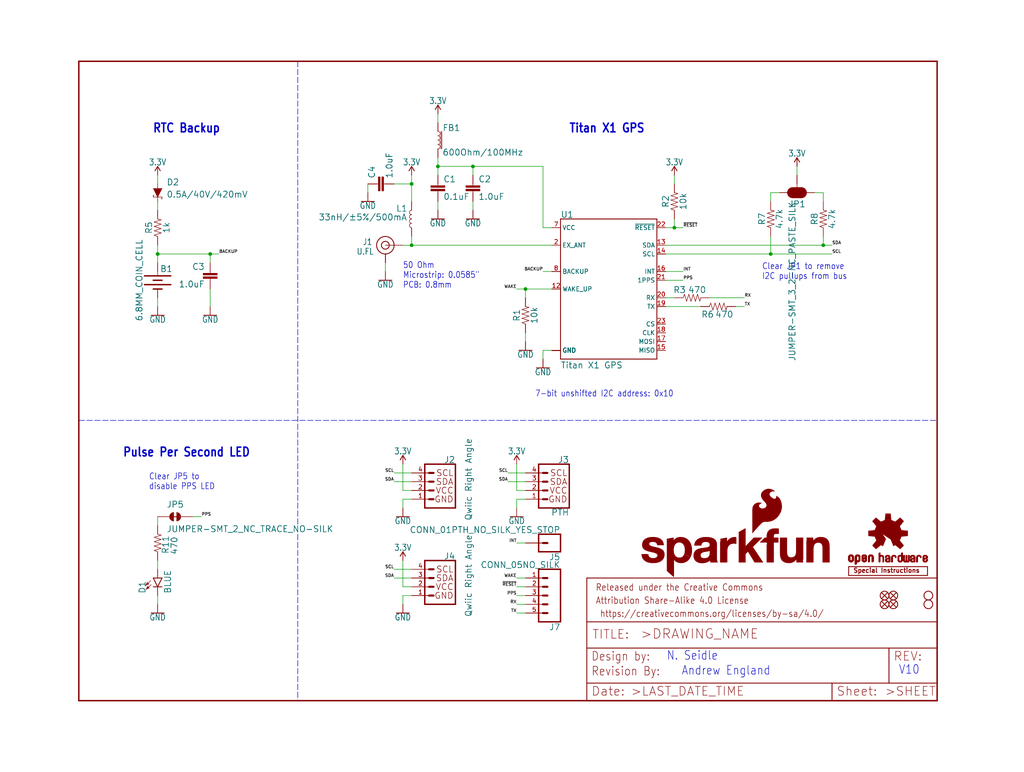
<source format=kicad_sch>
(kicad_sch (version 20211123) (generator eeschema)
  (paper "User" 297.002 223.926)
  (lib_symbols
    (symbol "schematicEagle-eagle-import:0.1UF-0603-25V-(+80{slash}-20%)"
      (property "Reference" "C" (at 1.524 2.921 0))
      (property "Value" "0.1UF-0603-25V-(+80{slash}-20%)" (at 1.524 -2.159 0))
      (symbol "0.1UF-0603-25V-(+80{slash}-20%)_1_0"
        (pin passive line (at 0 5.08 270) (length 2.54) (name "1") (number "1"))
        (pin passive line (at 0 -2.54 90) (length 2.54) (name "2") (number "2"))
      )
    )
    (symbol "schematicEagle-eagle-import:1.0UF-0603-16V-10%"
      (property "Reference" "C" (at 1.524 2.921 0))
      (property "Value" "1.0UF-0603-16V-10%" (at 1.524 -2.159 0))
      (symbol "1.0UF-0603-16V-10%_1_0"
        (pin passive line (at 0 5.08 270) (length 2.54) (name "1") (number "1"))
        (pin passive line (at 0 -2.54 90) (length 2.54) (name "2") (number "2"))
      )
    )
    (symbol "schematicEagle-eagle-import:10KOHM-0603-1{slash}10W-1%"
      (property "Reference" "R" (at 0 1.524 0))
      (property "Value" "10KOHM-0603-1{slash}10W-1%" (at 0 -1.524 0))
      (symbol "10KOHM-0603-1{slash}10W-1%_1_0"
        (pin passive line (at -5.08 0 0) (length 2.54) (name "1") (number "1"))
        (pin passive line (at 5.08 0 180) (length 2.54) (name "2") (number "2"))
      )
    )
    (symbol "schematicEagle-eagle-import:1KOHM-0603-1{slash}10W-1%"
      (property "Reference" "R" (at 0 1.524 0))
      (property "Value" "1KOHM-0603-1{slash}10W-1%" (at 0 -1.524 0))
      (symbol "1KOHM-0603-1{slash}10W-1%_1_0"
        (pin passive line (at -5.08 0 0) (length 2.54) (name "1") (number "1"))
        (pin passive line (at 5.08 0 180) (length 2.54) (name "2") (number "2"))
      )
    )
    (symbol "schematicEagle-eagle-import:3.3V" (power)
      (property "Value" "3.3V" (at 0 2.794 0))
      (symbol "3.3V_1_0"
        (pin power_in line (at 0 0 90) (length 2.54) (name "3.3V") (number "1"))
      )
    )
    (symbol "schematicEagle-eagle-import:4.7KOHM-0603-1{slash}10W-1%"
      (property "Reference" "R" (at 0 1.524 0))
      (property "Value" "4.7KOHM-0603-1{slash}10W-1%" (at 0 -1.524 0))
      (symbol "4.7KOHM-0603-1{slash}10W-1%_1_0"
        (pin passive line (at -5.08 0 0) (length 2.54) (name "1") (number "1"))
        (pin passive line (at 5.08 0 180) (length 2.54) (name "2") (number "2"))
      )
    )
    (symbol "schematicEagle-eagle-import:470OHM-0603-1{slash}10W-1%"
      (property "Reference" "R" (at 0 1.524 0))
      (property "Value" "470OHM-0603-1{slash}10W-1%" (at 0 -1.524 0))
      (symbol "470OHM-0603-1{slash}10W-1%_1_0"
        (pin passive line (at -5.08 0 0) (length 2.54) (name "1") (number "1"))
        (pin passive line (at 5.08 0 180) (length 2.54) (name "2") (number "2"))
      )
    )
    (symbol "schematicEagle-eagle-import:BATTERY-6.8MM_SMD"
      (property "Reference" "BT" (at 0 4.318 0))
      (property "Value" "BATTERY-6.8MM_SMD" (at 0 -4.318 0))
      (symbol "BATTERY-6.8MM_SMD_1_0"
        (pin power_in line (at -5.08 0 0) (length 2.54) (name "+") (number "+"))
        (pin power_in line (at 5.08 0 180) (length 2.54) (name "-") (number "-"))
      )
    )
    (symbol "schematicEagle-eagle-import:CONN_01PTH_NO_SILK_YES_STOP"
      (property "Reference" "J" (at -2.54 3.048 0))
      (property "Value" "CONN_01PTH_NO_SILK_YES_STOP" (at -2.54 -4.826 0))
      (symbol "CONN_01PTH_NO_SILK_YES_STOP_1_0"
        (pin passive line (at 7.62 0 180) (length 5.08) (name "1") (number "1"))
      )
    )
    (symbol "schematicEagle-eagle-import:CONN_05NO_SILK"
      (property "Reference" "J" (at -2.54 8.128 0))
      (property "Value" "CONN_05NO_SILK" (at -2.54 -9.906 0))
      (symbol "CONN_05NO_SILK_1_0"
        (pin passive line (at 7.62 -5.08 180) (length 5.08) (name "1") (number "1"))
        (pin passive line (at 7.62 -2.54 180) (length 5.08) (name "2") (number "2"))
        (pin passive line (at 7.62 0 180) (length 5.08) (name "3") (number "3"))
        (pin passive line (at 7.62 2.54 180) (length 5.08) (name "4") (number "4"))
        (pin passive line (at 7.62 5.08 180) (length 5.08) (name "5") (number "5"))
      )
    )
    (symbol "schematicEagle-eagle-import:DIODE-SCHOTTKY-PMEG4005EJ"
      (property "Reference" "D" (at -2.54 2.032 0))
      (property "Value" "DIODE-SCHOTTKY-PMEG4005EJ" (at -2.54 -2.032 0))
      (symbol "DIODE-SCHOTTKY-PMEG4005EJ_1_0"
        (pin passive line (at -2.54 0 0) (length 0) (name "A") (number "A"))
        (pin passive line (at 2.54 0 180) (length 0) (name "C") (number "C"))
      )
    )
    (symbol "schematicEagle-eagle-import:FERRITE_BEAD-0603"
      (property "Reference" "FB" (at 1.27 2.54 0))
      (property "Value" "FERRITE_BEAD-0603" (at 1.27 -2.54 0))
      (symbol "FERRITE_BEAD-0603_1_0"
        (pin passive line (at 0 5.08 270) (length 2.54) (name "1") (number "1"))
        (pin passive line (at 0 -5.08 90) (length 2.54) (name "2") (number "2"))
      )
    )
    (symbol "schematicEagle-eagle-import:FIDUCIALUFIDUCIAL")
    (symbol "schematicEagle-eagle-import:FRAME-LETTER"
      (symbol "FRAME-LETTER_2_0"
        (text " https://creativecommons.org/licenses/by-sa/4.0/" (at 2.54 24.13 0) (effects (font (size 1.9304 1.6408)) (justify left bottom)))
        (text ">DRAWING_NAME" (at 15.494 17.78 0) (effects (font (size 2.7432 2.7432)) (justify left bottom)))
        (text ">LAST_DATE_TIME" (at 12.7 1.27 0) (effects (font (size 2.54 2.54)) (justify left bottom)))
        (text ">SHEET" (at 86.36 1.27 0) (effects (font (size 2.54 2.54)) (justify left bottom)))
        (text "Attribution Share-Alike 4.0 License" (at 2.54 27.94 0) (effects (font (size 1.9304 1.6408)) (justify left bottom)))
        (text "Date:" (at 1.27 1.27 0) (effects (font (size 2.54 2.54)) (justify left bottom)))
        (text "Design by:" (at 1.27 11.43 0) (effects (font (size 2.54 2.159)) (justify left bottom)))
        (text "Released under the Creative Commons" (at 2.54 31.75 0) (effects (font (size 1.9304 1.6408)) (justify left bottom)))
        (text "REV:" (at 88.9 11.43 0) (effects (font (size 2.54 2.54)) (justify left bottom)))
        (text "Sheet:" (at 72.39 1.27 0) (effects (font (size 2.54 2.54)) (justify left bottom)))
        (text "TITLE:" (at 1.524 17.78 0) (effects (font (size 2.54 2.54)) (justify left bottom)))
      )
    )
    (symbol "schematicEagle-eagle-import:GND" (power)
      (property "Value" "GND" (at 0 -0.254 0))
      (symbol "GND_1_0"
        (pin power_in line (at 0 2.54 270) (length 2.54) (name "GND") (number "1"))
      )
    )
    (symbol "schematicEagle-eagle-import:I2C_STANDARDQWIIC"
      (property "Reference" "J" (at -5.08 7.874 0))
      (property "Value" "I2C_STANDARDQWIIC" (at -5.08 -5.334 0))
      (symbol "I2C_STANDARDQWIIC_1_0"
        (text "GND" (at -4.572 -2.54 0) (effects (font (size 1.778 1.778)) (justify left)))
        (text "SCL" (at -4.572 5.08 0) (effects (font (size 1.778 1.778)) (justify left)))
        (text "SDA" (at -4.572 2.54 0) (effects (font (size 1.778 1.778)) (justify left)))
        (text "VCC" (at -4.572 0 0) (effects (font (size 1.778 1.778)) (justify left)))
        (pin power_in line (at 7.62 -2.54 180) (length 5.08) (name "1") (number "1"))
        (pin power_in line (at 7.62 0 180) (length 5.08) (name "2") (number "2"))
        (pin passive line (at 7.62 2.54 180) (length 5.08) (name "3") (number "3"))
        (pin passive line (at 7.62 5.08 180) (length 5.08) (name "4") (number "4"))
      )
    )
    (symbol "schematicEagle-eagle-import:I2C_STANDARD_NO_SILK"
      (property "Reference" "J" (at -5.08 7.874 0))
      (property "Value" "I2C_STANDARD_NO_SILK" (at -5.08 -5.334 0))
      (symbol "I2C_STANDARD_NO_SILK_1_0"
        (text "GND" (at -4.572 -2.54 0) (effects (font (size 1.778 1.778)) (justify left)))
        (text "SCL" (at -4.572 5.08 0) (effects (font (size 1.778 1.778)) (justify left)))
        (text "SDA" (at -4.572 2.54 0) (effects (font (size 1.778 1.778)) (justify left)))
        (text "VCC" (at -4.572 0 0) (effects (font (size 1.778 1.778)) (justify left)))
        (pin power_in line (at 7.62 -2.54 180) (length 5.08) (name "1") (number "1"))
        (pin power_in line (at 7.62 0 180) (length 5.08) (name "2") (number "2"))
        (pin passive line (at 7.62 2.54 180) (length 5.08) (name "3") (number "3"))
        (pin passive line (at 7.62 5.08 180) (length 5.08) (name "4") (number "4"))
      )
    )
    (symbol "schematicEagle-eagle-import:INDUCTOR-0603-33NH"
      (property "Reference" "L" (at 1.27 2.54 0))
      (property "Value" "INDUCTOR-0603-33NH" (at 1.27 -2.54 0))
      (symbol "INDUCTOR-0603-33NH_1_0"
        (pin passive line (at 0 5.08 270) (length 2.54) (name "1") (number "1"))
        (pin passive line (at 0 -5.08 90) (length 2.54) (name "2") (number "2"))
      )
    )
    (symbol "schematicEagle-eagle-import:JUMPER-SMT_2_NC_TRACE_NO-SILK"
      (property "Reference" "JP" (at -2.54 2.54 0))
      (property "Value" "JUMPER-SMT_2_NC_TRACE_NO-SILK" (at -2.54 -2.54 0))
      (symbol "JUMPER-SMT_2_NC_TRACE_NO-SILK_1_0"
        (pin passive line (at -5.08 0 0) (length 2.54) (name "1") (number "1"))
        (pin passive line (at 5.08 0 180) (length 2.54) (name "2") (number "2"))
      )
    )
    (symbol "schematicEagle-eagle-import:JUMPER-SMT_3_2-NC_PASTE_SILK"
      (property "Reference" "JP" (at 2.54 0.381 0))
      (property "Value" "JUMPER-SMT_3_2-NC_PASTE_SILK" (at 2.54 -0.381 0))
      (symbol "JUMPER-SMT_3_2-NC_PASTE_SILK_1_0"
        (pin passive line (at 0 5.08 270) (length 2.54) (name "1") (number "1"))
        (pin passive line (at -5.08 0 0) (length 2.54) (name "2") (number "2"))
        (pin passive line (at 0 -5.08 90) (length 2.54) (name "3") (number "3"))
      )
    )
    (symbol "schematicEagle-eagle-import:LED-BLUE0603"
      (property "Reference" "D" (at -3.429 -4.572 90))
      (property "Value" "LED-BLUE0603" (at 1.905 -4.572 90))
      (symbol "LED-BLUE0603_1_0"
        (pin passive line (at 0 2.54 270) (length 2.54) (name "A") (number "A"))
        (pin passive line (at 0 -5.08 90) (length 2.54) (name "C") (number "C"))
      )
    )
    (symbol "schematicEagle-eagle-import:OSHW-LOGOMINI")
    (symbol "schematicEagle-eagle-import:REVISION"
      (symbol "REVISION_1_0"
        (text "Revision By: " (at 0 0 0) (effects (font (size 2.54 2.159)) (justify left bottom)))
      )
    )
    (symbol "schematicEagle-eagle-import:SFE_LOGO_NAME_FLAME.1_INCH")
    (symbol "schematicEagle-eagle-import:SPECIAL_INSTRUCTIONS-PRODUCTION"
      (symbol "SPECIAL_INSTRUCTIONS-PRODUCTION_1_0"
        (text "Special Instructions" (at 1.27 0.6985 0) (effects (font (size 1.27 1.27) (thickness 0.254) bold) (justify left bottom)))
      )
    )
    (symbol "schematicEagle-eagle-import:STAND-OFF")
    (symbol "schematicEagle-eagle-import:TITAN_X1_GPS"
      (property "Reference" "U" (at -15.24 20.574 0))
      (property "Value" "TITAN_X1_GPS" (at -15.24 -23.114 0))
      (symbol "TITAN_X1_GPS_1_0"
        (pin bidirectional line (at -17.78 -17.78 0) (length 2.54) (name "GND") (number "1"))
        (pin bidirectional line (at -17.78 -17.78 0) (length 2.54) (name "GND") (number "10"))
        (pin bidirectional line (at -17.78 -17.78 0) (length 2.54) (name "GND") (number "11"))
        (pin bidirectional line (at -17.78 0 0) (length 2.54) (name "WAKE_UP") (number "12"))
        (pin bidirectional line (at 15.24 12.7 180) (length 2.54) (name "SDA") (number "13"))
        (pin bidirectional line (at 15.24 10.16 180) (length 2.54) (name "SCL") (number "14"))
        (pin bidirectional line (at 15.24 -17.78 180) (length 2.54) (name "MISO") (number "15"))
        (pin bidirectional line (at 15.24 5.08 180) (length 2.54) (name "INT") (number "16"))
        (pin bidirectional line (at 15.24 -15.24 180) (length 2.54) (name "MOSI") (number "17"))
        (pin bidirectional line (at 15.24 -12.7 180) (length 2.54) (name "CLK") (number "18"))
        (pin bidirectional line (at 15.24 -5.08 180) (length 2.54) (name "TX") (number "19"))
        (pin bidirectional line (at -17.78 12.7 0) (length 2.54) (name "EX_ANT") (number "2"))
        (pin bidirectional line (at 15.24 -2.54 180) (length 2.54) (name "RX") (number "20"))
        (pin bidirectional line (at 15.24 2.54 180) (length 2.54) (name "1PPS") (number "21"))
        (pin bidirectional line (at 15.24 17.78 180) (length 2.54) (name "~{RESET}") (number "22"))
        (pin bidirectional line (at 15.24 -10.16 180) (length 2.54) (name "CS") (number "23"))
        (pin bidirectional line (at -17.78 -17.78 0) (length 2.54) (name "GND") (number "24"))
        (pin bidirectional line (at -17.78 -17.78 0) (length 2.54) (name "GND") (number "3"))
        (pin bidirectional line (at -17.78 -17.78 0) (length 2.54) (name "GND") (number "4"))
        (pin bidirectional line (at -17.78 -17.78 0) (length 2.54) (name "GND") (number "5"))
        (pin bidirectional line (at -17.78 -17.78 0) (length 2.54) (name "GND") (number "6"))
        (pin bidirectional line (at -17.78 17.78 0) (length 2.54) (name "VCC") (number "7"))
        (pin bidirectional line (at -17.78 5.08 0) (length 2.54) (name "BACKUP") (number "8"))
        (pin bidirectional line (at -17.78 -17.78 0) (length 2.54) (name "GND") (number "9"))
      )
    )
    (symbol "schematicEagle-eagle-import:U.FL2PIN"
      (property "Reference" "J" (at 2.54 -5.08 0))
      (property "Value" "U.FL2PIN" (at 2.54 -7.62 0))
      (symbol "U.FL2PIN_1_0"
        (pin bidirectional line (at 0 -5.08 90) (length 2.54) (name "GND") (number "1"))
        (pin bidirectional line (at 0 -5.08 90) (length 2.54) (name "GND") (number "2"))
        (pin bidirectional line (at 5.08 0 180) (length 5.08) (name "SIGNAL") (number "FEED"))
      )
    )
  )
  (junction (at 152.4 83.82))
  (junction (at 137.16 48.26))
  (junction (at 60.96 73.66))
  (junction (at 223.52 73.66))
  (junction (at 238.76 71.12))
  (junction (at 195.58 66.04))
  (junction (at 127 48.26))
  (junction (at 119.38 53.34))
  (junction (at 45.72 73.66))
  (junction (at 119.38 71.12))
  (wire (pts (xy 152.4 157.48) (xy 149.86 157.48)))
  (wire (pts (xy 193.04 71.12) (xy 238.76 71.12)))
  (wire (pts (xy 119.38 68.58) (xy 119.38 71.12)))
  (wire (pts (xy 119.38 71.12) (xy 116.84 71.12)))
  (wire (pts (xy 160.02 71.12) (xy 119.38 71.12)))
  (wire (pts (xy 152.4 142.24) (xy 149.86 142.24)))
  (wire (pts (xy 116.84 144.78) (xy 116.84 147.32)))
  (wire (pts (xy 152.4 96.52) (xy 152.4 99.06)))
  (wire (pts (xy 127 33.02) (xy 127 35.56)))
  (wire (pts (xy 119.38 170.18) (xy 116.84 170.18)))
  (wire (pts (xy 127 58.42) (xy 127 60.96)))
  (wire (pts (xy 223.52 55.88) (xy 226.06 55.88)))
  (wire (pts (xy 152.4 139.7) (xy 147.32 139.7)))
  (wire (pts (xy 45.72 71.12) (xy 45.72 73.66)))
  (wire (pts (xy 193.04 73.66) (xy 223.52 73.66)))
  (polyline (pts (xy 86.36 17.78) (xy 86.36 203.2)))
  (wire (pts (xy 116.84 172.72) (xy 116.84 175.26)))
  (wire (pts (xy 149.86 142.24) (xy 149.86 134.62)))
  (wire (pts (xy 127 48.26) (xy 127 50.8)))
  (wire (pts (xy 152.4 177.8) (xy 149.86 177.8)))
  (wire (pts (xy 195.58 66.04) (xy 198.12 66.04)))
  (wire (pts (xy 160.02 101.6) (xy 157.48 101.6)))
  (wire (pts (xy 152.4 172.72) (xy 149.86 172.72)))
  (wire (pts (xy 193.04 66.04) (xy 195.58 66.04)))
  (wire (pts (xy 119.38 53.34) (xy 119.38 58.42)))
  (wire (pts (xy 55.88 149.86) (xy 58.42 149.86)))
  (wire (pts (xy 238.76 71.12) (xy 241.3 71.12)))
  (wire (pts (xy 60.96 83.82) (xy 60.96 88.9)))
  (wire (pts (xy 238.76 68.58) (xy 238.76 71.12)))
  (wire (pts (xy 193.04 78.74) (xy 198.12 78.74)))
  (wire (pts (xy 137.16 48.26) (xy 157.48 48.26)))
  (wire (pts (xy 193.04 86.36) (xy 195.58 86.36)))
  (wire (pts (xy 45.72 172.72) (xy 45.72 175.26)))
  (wire (pts (xy 152.4 83.82) (xy 149.86 83.82)))
  (wire (pts (xy 157.48 48.26) (xy 157.48 66.04)))
  (wire (pts (xy 116.84 170.18) (xy 116.84 162.56)))
  (wire (pts (xy 238.76 58.42) (xy 238.76 55.88)))
  (wire (pts (xy 119.38 50.8) (xy 119.38 53.34)))
  (wire (pts (xy 119.38 142.24) (xy 116.84 142.24)))
  (wire (pts (xy 119.38 165.1) (xy 114.3 165.1)))
  (wire (pts (xy 45.72 86.36) (xy 45.72 88.9)))
  (wire (pts (xy 195.58 66.04) (xy 195.58 63.5)))
  (wire (pts (xy 152.4 144.78) (xy 149.86 144.78)))
  (wire (pts (xy 193.04 81.28) (xy 198.12 81.28)))
  (wire (pts (xy 152.4 83.82) (xy 152.4 86.36)))
  (wire (pts (xy 152.4 167.64) (xy 149.86 167.64)))
  (wire (pts (xy 223.52 58.42) (xy 223.52 55.88)))
  (wire (pts (xy 45.72 149.86) (xy 45.72 152.4)))
  (wire (pts (xy 157.48 101.6) (xy 157.48 104.14)))
  (wire (pts (xy 106.68 53.34) (xy 106.68 55.88)))
  (wire (pts (xy 193.04 88.9) (xy 203.2 88.9)))
  (wire (pts (xy 205.74 86.36) (xy 215.9 86.36)))
  (wire (pts (xy 119.38 172.72) (xy 116.84 172.72)))
  (wire (pts (xy 119.38 144.78) (xy 116.84 144.78)))
  (wire (pts (xy 223.52 73.66) (xy 241.3 73.66)))
  (wire (pts (xy 157.48 66.04) (xy 160.02 66.04)))
  (wire (pts (xy 195.58 53.34) (xy 195.58 50.8)))
  (wire (pts (xy 119.38 167.64) (xy 114.3 167.64)))
  (wire (pts (xy 60.96 73.66) (xy 63.5 73.66)))
  (wire (pts (xy 160.02 83.82) (xy 152.4 83.82)))
  (wire (pts (xy 116.84 142.24) (xy 116.84 134.62)))
  (wire (pts (xy 137.16 48.26) (xy 137.16 50.8)))
  (wire (pts (xy 119.38 139.7) (xy 114.3 139.7)))
  (wire (pts (xy 45.72 162.56) (xy 45.72 165.1)))
  (wire (pts (xy 127 45.72) (xy 127 48.26)))
  (wire (pts (xy 213.36 88.9) (xy 215.9 88.9)))
  (wire (pts (xy 160.02 78.74) (xy 157.48 78.74)))
  (wire (pts (xy 152.4 170.18) (xy 149.86 170.18)))
  (wire (pts (xy 238.76 55.88) (xy 236.22 55.88)))
  (wire (pts (xy 114.3 53.34) (xy 119.38 53.34)))
  (wire (pts (xy 149.86 144.78) (xy 149.86 147.32)))
  (wire (pts (xy 45.72 73.66) (xy 45.72 76.2)))
  (wire (pts (xy 60.96 73.66) (xy 45.72 73.66)))
  (wire (pts (xy 127 48.26) (xy 137.16 48.26)))
  (wire (pts (xy 119.38 137.16) (xy 114.3 137.16)))
  (wire (pts (xy 223.52 68.58) (xy 223.52 73.66)))
  (wire (pts (xy 137.16 60.96) (xy 137.16 58.42)))
  (wire (pts (xy 231.14 48.26) (xy 231.14 50.8)))
  (wire (pts (xy 111.76 78.74) (xy 111.76 76.2)))
  (wire (pts (xy 60.96 73.66) (xy 60.96 76.2)))
  (wire (pts (xy 152.4 175.26) (xy 149.86 175.26)))
  (wire (pts (xy 45.72 50.8) (xy 45.72 53.34)))
  (polyline (pts (xy 22.86 121.92) (xy 271.78 121.92)))
  (wire (pts (xy 152.4 137.16) (xy 147.32 137.16)))
  (wire (pts (xy 45.72 58.42) (xy 45.72 60.96)))
  (text "Pulse Per Second LED" (at 54.102 131.318 180) (effects (font (size 2.54 2.159) (thickness 0.4318) bold)))
  (text "RTC Backup" (at 54.102 37.338 180) (effects (font (size 2.54 2.159) (thickness 0.4318) bold)))
  (text "Andrew England" (at 197.612 196.088 180) (effects (font (size 2.54 2.159)) (justify left bottom)))
  (text "V10" (at 260.604 195.834 180) (effects (font (size 2.54 2.159)) (justify left bottom)))
  (text "7-bit unshifted I2C address: 0x10" (at 175.26 114.3 180) (effects (font (size 1.778 1.5113))))
  (text "Titan X1 GPS" (at 176.022 37.338 180) (effects (font (size 2.54 2.159) (thickness 0.4318) bold)))
  (text "50 Ohm\nMicrostrip: 0.0585\"\nPCB: 0.8mm" (at 116.84 83.82 180) (effects (font (size 1.778 1.5113)) (justify left bottom)))
  (text "N. Seidle" (at 193.294 191.77 180) (effects (font (size 2.54 2.159)) (justify left bottom)))
  (text "Clear JP5 to\ndisable PPS LED" (at 43.18 142.24 180) (effects (font (size 1.778 1.5113)) (justify left bottom)))
  (text "Clear JP1 to remove\nI2C pullups from bus" (at 220.98 81.28 180) (effects (font (size 1.778 1.5113)) (justify left bottom)))
  (label "RX" (at 149.86 175.26 180) (effects (font (size 0.889 0.889))))
  (label "RX" (at 215.9 86.36 0) (effects (font (size 0.889 0.889))))
  (label "INT" (at 149.86 157.48 180) (effects (font (size 0.889 0.889))))
  (label "WAKE" (at 149.86 167.64 180) (effects (font (size 0.889 0.889))))
  (label "BACKUP" (at 63.5 73.66 0) (effects (font (size 0.889 0.889))))
  (label "PPS" (at 149.86 172.72 180) (effects (font (size 0.889 0.889))))
  (label "SCL" (at 114.3 165.1 180) (effects (font (size 0.889 0.889))))
  (label "TX" (at 149.86 177.8 180) (effects (font (size 0.889 0.889))))
  (label "SCL" (at 147.32 137.16 180) (effects (font (size 0.889 0.889))))
  (label "SDA" (at 114.3 167.64 180) (effects (font (size 0.889 0.889))))
  (label "TX" (at 215.9 88.9 0) (effects (font (size 0.889 0.889))))
  (label "INT" (at 198.12 78.74 0) (effects (font (size 0.889 0.889))))
  (label "PPS" (at 198.12 81.28 0) (effects (font (size 0.889 0.889))))
  (label "PPS" (at 58.42 149.86 0) (effects (font (size 0.889 0.889))))
  (label "BACKUP" (at 157.48 78.74 180) (effects (font (size 0.889 0.889))))
  (label "WAKE" (at 149.86 83.82 180) (effects (font (size 0.889 0.889))))
  (label "SCL" (at 114.3 137.16 180) (effects (font (size 0.889 0.889))))
  (label "~{RESET}" (at 198.12 66.04 0) (effects (font (size 0.889 0.889))))
  (label "SCL" (at 241.3 73.66 0) (effects (font (size 0.889 0.889))))
  (label "SDA" (at 114.3 139.7 180) (effects (font (size 0.889 0.889))))
  (label "SDA" (at 147.32 139.7 180) (effects (font (size 0.889 0.889))))
  (label "~{RESET}" (at 149.86 170.18 180) (effects (font (size 0.889 0.889))))
  (label "SDA" (at 241.3 71.12 0) (effects (font (size 0.889 0.889))))
  (symbol (lib_id "schematicEagle-eagle-import:GND") (at 116.84 177.8 0) (unit 1)
    (property "Reference" "#GND8" (effects hide))
    (property "Value" "GND" (at 116.84 178.054 0) (effects (font (size 1.778 1.5113)) (justify top)))
    (property "Footprint" "schematicEagle:" (effects hide))
  )
  (symbol (lib_id "schematicEagle-eagle-import:GND") (at 45.72 177.8 0) (unit 1)
    (property "Reference" "#GND4" (effects hide))
    (property "Value" "GND" (at 45.72 178.054 0) (effects (font (size 1.778 1.5113)) (justify top)))
    (property "Footprint" "schematicEagle:" (effects hide))
  )
  (symbol (lib_id "schematicEagle-eagle-import:3.3V") (at 116.84 162.56 0) (unit 1)
    (property "Reference" "#SUPPLY8" (effects hide))
    (property "Value" "3.3V" (at 116.84 159.766 0) (effects (font (size 1.778 1.5113)) (justify bottom)))
    (property "Footprint" "schematicEagle:" (effects hide))
  )
  (symbol (lib_id "schematicEagle-eagle-import:CONN_05NO_SILK") (at 160.02 172.72 180) (unit 1)
    (property "Reference" "J7" (at 162.56 180.848 0) (effects (font (size 1.778 1.778)) (justify left bottom)))
    (property "Value" "CONN_05NO_SILK" (at 162.56 162.814 0) (effects (font (size 1.778 1.778)) (justify left bottom)))
    (property "Footprint" "schematicEagle:1X05_NO_SILK" (effects hide))
  )
  (symbol (lib_id "schematicEagle-eagle-import:FRAME-LETTER") (at 22.86 203.2 0) (unit 1)
    (property "Reference" "FRAME1" (effects hide))
    (property "Value" "FRAME-LETTER" (effects hide))
    (property "Footprint" "schematicEagle:CREATIVE_COMMONS" (effects hide))
  )
  (symbol (lib_id "schematicEagle-eagle-import:FERRITE_BEAD-0603") (at 127 40.64 0) (unit 1)
    (property "Reference" "FB1" (at 128.27 38.1 0) (effects (font (size 1.778 1.778)) (justify left bottom)))
    (property "Value" "600Ohm/100MHz" (at 128.27 43.18 0) (effects (font (size 1.778 1.778)) (justify left top)))
    (property "Footprint" "schematicEagle:0603" (effects hide))
  )
  (symbol (lib_id "schematicEagle-eagle-import:1.0UF-0603-16V-10%") (at 111.76 53.34 90) (unit 1)
    (property "Reference" "C4" (at 108.839 51.816 0) (effects (font (size 1.778 1.778)) (justify left bottom)))
    (property "Value" "1.0uF" (at 113.919 51.816 0) (effects (font (size 1.778 1.778)) (justify left bottom)))
    (property "Footprint" "schematicEagle:0603" (effects hide))
  )
  (symbol (lib_id "schematicEagle-eagle-import:CONN_01PTH_NO_SILK_YES_STOP") (at 160.02 157.48 180) (unit 1)
    (property "Reference" "J5" (at 162.56 160.528 0) (effects (font (size 1.778 1.778)) (justify left bottom)))
    (property "Value" "CONN_01PTH_NO_SILK_YES_STOP" (at 162.56 152.654 0) (effects (font (size 1.778 1.778)) (justify left bottom)))
    (property "Footprint" "schematicEagle:1X01_NO_SILK" (effects hide))
  )
  (symbol (lib_id "schematicEagle-eagle-import:FIDUCIALUFIDUCIAL") (at 256.54 175.26 270) (unit 1)
    (property "Reference" "JP7" (effects hide))
    (property "Value" "FIDUCIALUFIDUCIAL" (effects hide))
    (property "Footprint" "schematicEagle:MICRO-FIDUCIAL" (effects hide))
  )
  (symbol (lib_id "schematicEagle-eagle-import:470OHM-0603-1{slash}10W-1%") (at 200.66 86.36 0) (unit 1)
    (property "Reference" "R3" (at 197.104 85.09 0) (effects (font (size 1.778 1.778)) (justify bottom)))
    (property "Value" "470" (at 202.184 85.09 0) (effects (font (size 1.778 1.778)) (justify bottom)))
    (property "Footprint" "schematicEagle:0603" (effects hide))
  )
  (symbol (lib_id "schematicEagle-eagle-import:GND") (at 127 63.5 0) (mirror y) (unit 1)
    (property "Reference" "#GND11" (effects hide))
    (property "Value" "GND" (at 127 63.754 0) (effects (font (size 1.778 1.5113)) (justify top)))
    (property "Footprint" "schematicEagle:" (effects hide))
  )
  (symbol (lib_id "schematicEagle-eagle-import:470OHM-0603-1{slash}10W-1%") (at 208.28 88.9 0) (unit 1)
    (property "Reference" "R6" (at 205.232 92.202 0) (effects (font (size 1.778 1.778)) (justify bottom)))
    (property "Value" "470" (at 210.058 92.202 0) (effects (font (size 1.778 1.778)) (justify bottom)))
    (property "Footprint" "schematicEagle:0603" (effects hide))
  )
  (symbol (lib_id "schematicEagle-eagle-import:10KOHM-0603-1{slash}10W-1%") (at 195.58 58.42 90) (unit 1)
    (property "Reference" "R2" (at 194.056 58.42 0) (effects (font (size 1.778 1.778)) (justify bottom)))
    (property "Value" "10k" (at 197.104 58.42 0) (effects (font (size 1.778 1.778)) (justify top)))
    (property "Footprint" "schematicEagle:0603" (effects hide))
  )
  (symbol (lib_id "schematicEagle-eagle-import:STAND-OFF") (at 269.24 172.72 0) (unit 1)
    (property "Reference" "JP3" (effects hide))
    (property "Value" "STAND-OFF" (effects hide))
    (property "Footprint" "schematicEagle:STAND-OFF" (effects hide))
  )
  (symbol (lib_id "schematicEagle-eagle-import:10KOHM-0603-1{slash}10W-1%") (at 152.4 91.44 90) (unit 1)
    (property "Reference" "R1" (at 150.876 91.44 0) (effects (font (size 1.778 1.778)) (justify bottom)))
    (property "Value" "10k" (at 153.924 91.44 0) (effects (font (size 1.778 1.778)) (justify top)))
    (property "Footprint" "schematicEagle:0603" (effects hide))
  )
  (symbol (lib_id "schematicEagle-eagle-import:STAND-OFF") (at 269.24 175.26 0) (unit 1)
    (property "Reference" "JP4" (effects hide))
    (property "Value" "STAND-OFF" (effects hide))
    (property "Footprint" "schematicEagle:STAND-OFF" (effects hide))
  )
  (symbol (lib_id "schematicEagle-eagle-import:FIDUCIALUFIDUCIAL") (at 259.08 175.26 270) (unit 1)
    (property "Reference" "JP8" (effects hide))
    (property "Value" "FIDUCIALUFIDUCIAL" (effects hide))
    (property "Footprint" "schematicEagle:MICRO-FIDUCIAL" (effects hide))
  )
  (symbol (lib_id "schematicEagle-eagle-import:3.3V") (at 45.72 50.8 0) (unit 1)
    (property "Reference" "#SUPPLY5" (effects hide))
    (property "Value" "3.3V" (at 45.72 48.006 0) (effects (font (size 1.778 1.5113)) (justify bottom)))
    (property "Footprint" "schematicEagle:" (effects hide))
  )
  (symbol (lib_id "schematicEagle-eagle-import:SFE_LOGO_NAME_FLAME.1_INCH") (at 185.42 167.64 0) (unit 1)
    (property "Reference" "LOGO2" (effects hide))
    (property "Value" "SFE_LOGO_NAME_FLAME.1_INCH" (effects hide))
    (property "Footprint" "schematicEagle:SFE_LOGO_NAME_FLAME_.1" (effects hide))
  )
  (symbol (lib_id "schematicEagle-eagle-import:3.3V") (at 149.86 134.62 0) (unit 1)
    (property "Reference" "#SUPPLY7" (effects hide))
    (property "Value" "3.3V" (at 149.86 131.826 0) (effects (font (size 1.778 1.5113)) (justify bottom)))
    (property "Footprint" "schematicEagle:" (effects hide))
  )
  (symbol (lib_id "schematicEagle-eagle-import:FIDUCIALUFIDUCIAL") (at 256.54 172.72 270) (unit 1)
    (property "Reference" "JP2" (effects hide))
    (property "Value" "FIDUCIALUFIDUCIAL" (effects hide))
    (property "Footprint" "schematicEagle:MICRO-FIDUCIAL" (effects hide))
  )
  (symbol (lib_id "schematicEagle-eagle-import:LED-BLUE0603") (at 45.72 167.64 0) (unit 1)
    (property "Reference" "D1" (at 42.291 172.212 90) (effects (font (size 1.778 1.778)) (justify left bottom)))
    (property "Value" "BLUE" (at 47.625 172.212 90) (effects (font (size 1.778 1.778)) (justify left top)))
    (property "Footprint" "schematicEagle:LED-0603" (effects hide))
  )
  (symbol (lib_id "schematicEagle-eagle-import:U.FL2PIN") (at 111.76 71.12 0) (unit 1)
    (property "Reference" "J1" (at 105.156 71.12 0) (effects (font (size 1.778 1.5113)) (justify left bottom)))
    (property "Value" "U.FL" (at 103.378 73.914 0) (effects (font (size 1.778 1.5113)) (justify left bottom)))
    (property "Footprint" "schematicEagle:U.FL" (effects hide))
  )
  (symbol (lib_id "schematicEagle-eagle-import:I2C_STANDARDQWIIC") (at 127 170.18 0) (mirror y) (unit 1)
    (property "Reference" "J4" (at 132.08 162.306 0) (effects (font (size 1.778 1.778)) (justify left bottom)))
    (property "Value" "Qwiic Right Angle" (at 134.874 154.94 90) (effects (font (size 1.778 1.778)) (justify right bottom)))
    (property "Footprint" "schematicEagle:1X04_1MM_RA" (effects hide))
  )
  (symbol (lib_id "schematicEagle-eagle-import:BATTERY-6.8MM_SMD") (at 45.72 81.28 270) (unit 1)
    (property "Reference" "B1" (at 48.26 78.994 90) (effects (font (size 1.778 1.778)) (justify bottom)))
    (property "Value" "6.8MM_COIN_CELL" (at 41.402 81.28 0) (effects (font (size 1.778 1.778)) (justify top)))
    (property "Footprint" "schematicEagle:BATTCON-6.8MM" (effects hide))
  )
  (symbol (lib_id "schematicEagle-eagle-import:3.3V") (at 116.84 134.62 0) (unit 1)
    (property "Reference" "#SUPPLY4" (effects hide))
    (property "Value" "3.3V" (at 116.84 131.826 0) (effects (font (size 1.778 1.5113)) (justify bottom)))
    (property "Footprint" "schematicEagle:" (effects hide))
  )
  (symbol (lib_id "schematicEagle-eagle-import:GND") (at 60.96 91.44 0) (unit 1)
    (property "Reference" "#GND10" (effects hide))
    (property "Value" "GND" (at 60.96 91.694 0) (effects (font (size 1.778 1.5113)) (justify top)))
    (property "Footprint" "schematicEagle:" (effects hide))
  )
  (symbol (lib_id "schematicEagle-eagle-import:DIODE-SCHOTTKY-PMEG4005EJ") (at 45.72 55.88 270) (unit 1)
    (property "Reference" "D2" (at 48.26 53.848 90) (effects (font (size 1.778 1.778)) (justify left bottom)))
    (property "Value" "0.5A/40V/420mV" (at 48.26 55.372 90) (effects (font (size 1.778 1.778)) (justify left top)))
    (property "Footprint" "schematicEagle:SOD-323" (effects hide))
  )
  (symbol (lib_id "schematicEagle-eagle-import:OSHW-LOGOMINI") (at 257.556 154.686 0) (unit 1)
    (property "Reference" "LOGO1" (effects hide))
    (property "Value" "OSHW-LOGOMINI" (effects hide))
    (property "Footprint" "schematicEagle:OSHW-LOGO-MINI" (effects hide))
  )
  (symbol (lib_id "schematicEagle-eagle-import:4.7KOHM-0603-1{slash}10W-1%") (at 223.52 63.5 90) (unit 1)
    (property "Reference" "R7" (at 221.996 63.5 0) (effects (font (size 1.778 1.778)) (justify bottom)))
    (property "Value" "4.7k" (at 225.044 63.5 0) (effects (font (size 1.778 1.778)) (justify top)))
    (property "Footprint" "schematicEagle:0603" (effects hide))
  )
  (symbol (lib_id "schematicEagle-eagle-import:SPECIAL_INSTRUCTIONS-PRODUCTION") (at 246.126 166.878 0) (unit 1)
    (property "Reference" "U$3" (effects hide))
    (property "Value" "SPECIAL_INSTRUCTIONS-PRODUCTION" (effects hide))
    (property "Footprint" "schematicEagle:PRODUCTION_INSTRUCTIONS" (effects hide))
  )
  (symbol (lib_id "schematicEagle-eagle-import:4.7KOHM-0603-1{slash}10W-1%") (at 238.76 63.5 90) (unit 1)
    (property "Reference" "R8" (at 237.236 63.5 0) (effects (font (size 1.778 1.778)) (justify bottom)))
    (property "Value" "4.7k" (at 240.284 63.5 0) (effects (font (size 1.778 1.778)) (justify top)))
    (property "Footprint" "schematicEagle:0603" (effects hide))
  )
  (symbol (lib_id "schematicEagle-eagle-import:JUMPER-SMT_2_NC_TRACE_NO-SILK") (at 50.8 149.86 0) (unit 1)
    (property "Reference" "JP5" (at 48.26 147.32 0) (effects (font (size 1.778 1.778)) (justify left bottom)))
    (property "Value" "JUMPER-SMT_2_NC_TRACE_NO-SILK" (at 48.26 152.4 0) (effects (font (size 1.778 1.778)) (justify left top)))
    (property "Footprint" "schematicEagle:SMT-JUMPER_2_NC_TRACE_NO-SILK" (effects hide))
  )
  (symbol (lib_id "schematicEagle-eagle-import:0.1UF-0603-25V-(+80{slash}-20%)") (at 127 55.88 0) (unit 1)
    (property "Reference" "C1" (at 128.524 52.959 0) (effects (font (size 1.778 1.778)) (justify left bottom)))
    (property "Value" "0.1uF" (at 128.524 58.039 0) (effects (font (size 1.778 1.778)) (justify left bottom)))
    (property "Footprint" "schematicEagle:0603" (effects hide))
  )
  (symbol (lib_id "schematicEagle-eagle-import:GND") (at 116.84 149.86 0) (unit 1)
    (property "Reference" "#GND6" (effects hide))
    (property "Value" "GND" (at 116.84 150.114 0) (effects (font (size 1.778 1.5113)) (justify top)))
    (property "Footprint" "schematicEagle:" (effects hide))
  )
  (symbol (lib_id "schematicEagle-eagle-import:INDUCTOR-0603-33NH") (at 119.38 63.5 180) (unit 1)
    (property "Reference" "L1" (at 114.808 61.468 0) (effects (font (size 1.778 1.778)) (justify right top)))
    (property "Value" "33nH/±5%/500mA" (at 118.11 64.008 0) (effects (font (size 1.778 1.778)) (justify left top)))
    (property "Footprint" "schematicEagle:0603" (effects hide))
  )
  (symbol (lib_id "schematicEagle-eagle-import:470OHM-0603-1{slash}10W-1%") (at 45.72 157.48 90) (unit 1)
    (property "Reference" "R11" (at 49.022 157.988 0) (effects (font (size 1.778 1.778)) (justify bottom)))
    (property "Value" "470" (at 51.562 158.242 0) (effects (font (size 1.778 1.778)) (justify bottom)))
    (property "Footprint" "schematicEagle:0603" (effects hide))
  )
  (symbol (lib_id "schematicEagle-eagle-import:3.3V") (at 127 33.02 0) (mirror y) (unit 1)
    (property "Reference" "#SUPPLY6" (effects hide))
    (property "Value" "3.3V" (at 127 30.226 0) (effects (font (size 1.778 1.5113)) (justify bottom)))
    (property "Footprint" "schematicEagle:" (effects hide))
  )
  (symbol (lib_id "schematicEagle-eagle-import:3.3V") (at 231.14 48.26 0) (unit 1)
    (property "Reference" "#SUPPLY9" (effects hide))
    (property "Value" "3.3V" (at 231.14 45.466 0) (effects (font (size 1.778 1.5113)) (justify bottom)))
    (property "Footprint" "schematicEagle:" (effects hide))
  )
  (symbol (lib_id "schematicEagle-eagle-import:GND") (at 152.4 101.6 0) (unit 1)
    (property "Reference" "#GND9" (effects hide))
    (property "Value" "GND" (at 152.4 101.854 0) (effects (font (size 1.778 1.5113)) (justify top)))
    (property "Footprint" "schematicEagle:" (effects hide))
  )
  (symbol (lib_id "schematicEagle-eagle-import:FRAME-LETTER") (at 170.18 203.2 0) (unit 2)
    (property "Reference" "FRAME1" (effects hide))
    (property "Value" "FRAME-LETTER" (effects hide))
    (property "Footprint" "schematicEagle:CREATIVE_COMMONS" (effects hide))
  )
  (symbol (lib_id "schematicEagle-eagle-import:1.0UF-0603-16V-10%") (at 137.16 55.88 0) (unit 1)
    (property "Reference" "C2" (at 138.684 52.959 0) (effects (font (size 1.778 1.778)) (justify left bottom)))
    (property "Value" "1.0uF" (at 138.684 58.039 0) (effects (font (size 1.778 1.778)) (justify left bottom)))
    (property "Footprint" "schematicEagle:0603" (effects hide))
  )
  (symbol (lib_id "schematicEagle-eagle-import:GND") (at 111.76 81.28 0) (unit 1)
    (property "Reference" "#GND12" (effects hide))
    (property "Value" "GND" (at 111.76 81.534 0) (effects (font (size 1.778 1.5113)) (justify top)))
    (property "Footprint" "schematicEagle:" (effects hide))
  )
  (symbol (lib_id "schematicEagle-eagle-import:3.3V") (at 195.58 50.8 0) (unit 1)
    (property "Reference" "#SUPPLY2" (effects hide))
    (property "Value" "3.3V" (at 195.58 48.006 0) (effects (font (size 1.778 1.5113)) (justify bottom)))
    (property "Footprint" "schematicEagle:" (effects hide))
  )
  (symbol (lib_id "schematicEagle-eagle-import:I2C_STANDARD_NO_SILK") (at 160.02 142.24 0) (mirror y) (unit 1)
    (property "Reference" "J3" (at 165.1 134.366 0) (effects (font (size 1.778 1.778)) (justify left bottom)))
    (property "Value" "PTH" (at 165.1 147.574 0) (effects (font (size 1.778 1.778)) (justify left top)))
    (property "Footprint" "schematicEagle:1X04_NO_SILK" (effects hide))
  )
  (symbol (lib_id "schematicEagle-eagle-import:GND") (at 45.72 91.44 0) (unit 1)
    (property "Reference" "#GND5" (effects hide))
    (property "Value" "GND" (at 45.72 91.694 0) (effects (font (size 1.778 1.5113)) (justify top)))
    (property "Footprint" "schematicEagle:" (effects hide))
  )
  (symbol (lib_id "schematicEagle-eagle-import:JUMPER-SMT_3_2-NC_PASTE_SILK") (at 231.14 55.88 270) (unit 1)
    (property "Reference" "JP1" (at 228.6 60.198 90) (effects (font (size 1.778 1.778)) (justify left bottom)))
    (property "Value" "JUMPER-SMT_3_2-NC_PASTE_SILK" (at 230.759 58.42 0) (effects (font (size 1.778 1.778)) (justify left top)))
    (property "Footprint" "schematicEagle:SMT-JUMPER_3_2-NC_PASTE_SILK" (effects hide))
  )
  (symbol (lib_id "schematicEagle-eagle-import:GND") (at 106.68 58.42 0) (unit 1)
    (property "Reference" "#GND13" (effects hide))
    (property "Value" "GND" (at 106.68 58.674 0) (effects (font (size 1.778 1.5113)) (justify top)))
    (property "Footprint" "schematicEagle:" (effects hide))
  )
  (symbol (lib_id "schematicEagle-eagle-import:1.0UF-0603-16V-10%") (at 60.96 81.28 0) (mirror y) (unit 1)
    (property "Reference" "C3" (at 59.436 78.359 0) (effects (font (size 1.778 1.778)) (justify left bottom)))
    (property "Value" "1.0uF" (at 59.436 83.439 0) (effects (font (size 1.778 1.778)) (justify left bottom)))
    (property "Footprint" "schematicEagle:0603" (effects hide))
  )
  (symbol (lib_id "schematicEagle-eagle-import:REVISION") (at 171.45 196.088 0) (unit 1)
    (property "Reference" "LOGO3" (effects hide))
    (property "Value" "REVISION" (effects hide))
    (property "Footprint" "schematicEagle:REVISION" (effects hide))
  )
  (symbol (lib_id "schematicEagle-eagle-import:GND") (at 137.16 63.5 0) (unit 1)
    (property "Reference" "#GND2" (effects hide))
    (property "Value" "GND" (at 137.16 63.754 0) (effects (font (size 1.778 1.5113)) (justify top)))
    (property "Footprint" "schematicEagle:" (effects hide))
  )
  (symbol (lib_id "schematicEagle-eagle-import:3.3V") (at 119.38 50.8 0) (mirror y) (unit 1)
    (property "Reference" "#SUPPLY3" (effects hide))
    (property "Value" "3.3V" (at 119.38 48.006 0) (effects (font (size 1.778 1.5113)) (justify bottom)))
    (property "Footprint" "schematicEagle:" (effects hide))
  )
  (symbol (lib_id "schematicEagle-eagle-import:I2C_STANDARDQWIIC") (at 127 142.24 0) (mirror y) (unit 1)
    (property "Reference" "J2" (at 132.08 134.366 0) (effects (font (size 1.778 1.778)) (justify left bottom)))
    (property "Value" "Qwiic Right Angle" (at 134.874 127 90) (effects (font (size 1.778 1.778)) (justify right bottom)))
    (property "Footprint" "schematicEagle:1X04_1MM_RA" (effects hide))
  )
  (symbol (lib_id "schematicEagle-eagle-import:1KOHM-0603-1{slash}10W-1%") (at 45.72 66.04 90) (unit 1)
    (property "Reference" "R5" (at 44.196 66.04 0) (effects (font (size 1.778 1.778)) (justify bottom)))
    (property "Value" "1k" (at 47.244 66.04 0) (effects (font (size 1.778 1.778)) (justify top)))
    (property "Footprint" "schematicEagle:0603" (effects hide))
  )
  (symbol (lib_id "schematicEagle-eagle-import:FIDUCIALUFIDUCIAL") (at 259.08 172.72 0) (unit 1)
    (property "Reference" "JP6" (effects hide))
    (property "Value" "FIDUCIALUFIDUCIAL" (effects hide))
    (property "Footprint" "schematicEagle:MICRO-FIDUCIAL" (effects hide))
  )
  (symbol (lib_id "schematicEagle-eagle-import:GND") (at 149.86 149.86 0) (unit 1)
    (property "Reference" "#GND7" (effects hide))
    (property "Value" "GND" (at 149.86 150.114 0) (effects (font (size 1.778 1.5113)) (justify top)))
    (property "Footprint" "schematicEagle:" (effects hide))
  )
  (symbol (lib_id "schematicEagle-eagle-import:GND") (at 157.48 106.68 0) (unit 1)
    (property "Reference" "#GND3" (effects hide))
    (property "Value" "GND" (at 157.48 106.934 0) (effects (font (size 1.778 1.5113)) (justify top)))
    (property "Footprint" "schematicEagle:" (effects hide))
  )
  (symbol (lib_id "schematicEagle-eagle-import:TITAN_X1_GPS") (at 177.8 83.82 0) (unit 1)
    (property "Reference" "U1" (at 162.56 63.246 0) (effects (font (size 1.778 1.778)) (justify left bottom)))
    (property "Value" "Titan X1 GPS" (at 162.56 106.934 0) (effects (font (size 1.778 1.778)) (justify left bottom)))
    (property "Footprint" "schematicEagle:TITAN_X1_GPS" (effects hide))
  )
)
</source>
